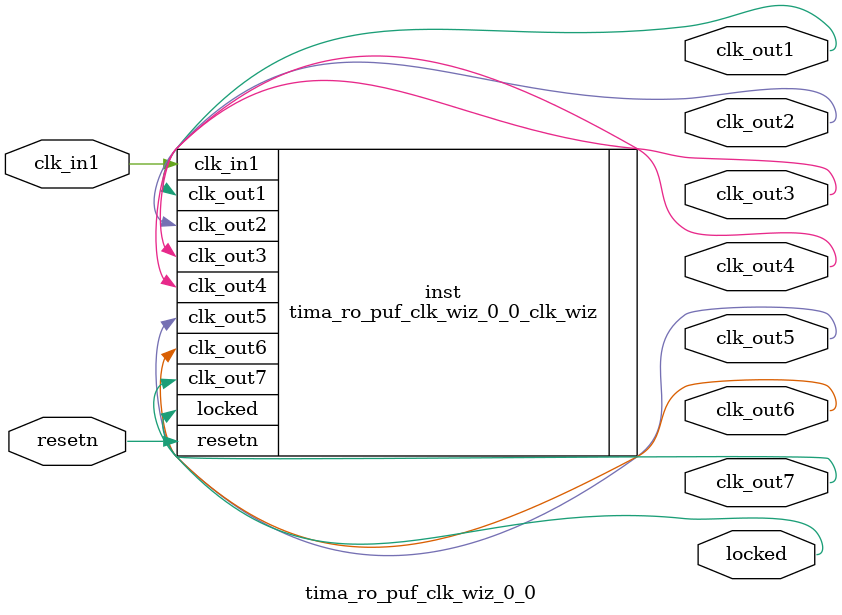
<source format=v>


`timescale 1ps/1ps

(* CORE_GENERATION_INFO = "tima_ro_puf_clk_wiz_0_0,clk_wiz_v6_0_6_0_0,{component_name=tima_ro_puf_clk_wiz_0_0,use_phase_alignment=false,use_min_o_jitter=false,use_max_i_jitter=false,use_dyn_phase_shift=false,use_inclk_switchover=false,use_dyn_reconfig=false,enable_axi=0,feedback_source=FDBK_AUTO,PRIMITIVE=MMCM,num_out_clk=7,clkin1_period=10.000,clkin2_period=10.000,use_power_down=false,use_reset=true,use_locked=true,use_inclk_stopped=false,feedback_type=SINGLE,CLOCK_MGR_TYPE=NA,manual_override=false}" *)

module tima_ro_puf_clk_wiz_0_0 
 (
  // Clock out ports
  output        clk_out1,
  output        clk_out2,
  output        clk_out3,
  output        clk_out4,
  output        clk_out5,
  output        clk_out6,
  output        clk_out7,
  // Status and control signals
  input         resetn,
  output        locked,
 // Clock in ports
  input         clk_in1
 );

  tima_ro_puf_clk_wiz_0_0_clk_wiz inst
  (
  // Clock out ports  
  .clk_out1(clk_out1),
  .clk_out2(clk_out2),
  .clk_out3(clk_out3),
  .clk_out4(clk_out4),
  .clk_out5(clk_out5),
  .clk_out6(clk_out6),
  .clk_out7(clk_out7),
  // Status and control signals               
  .resetn(resetn), 
  .locked(locked),
 // Clock in ports
  .clk_in1(clk_in1)
  );

endmodule

</source>
